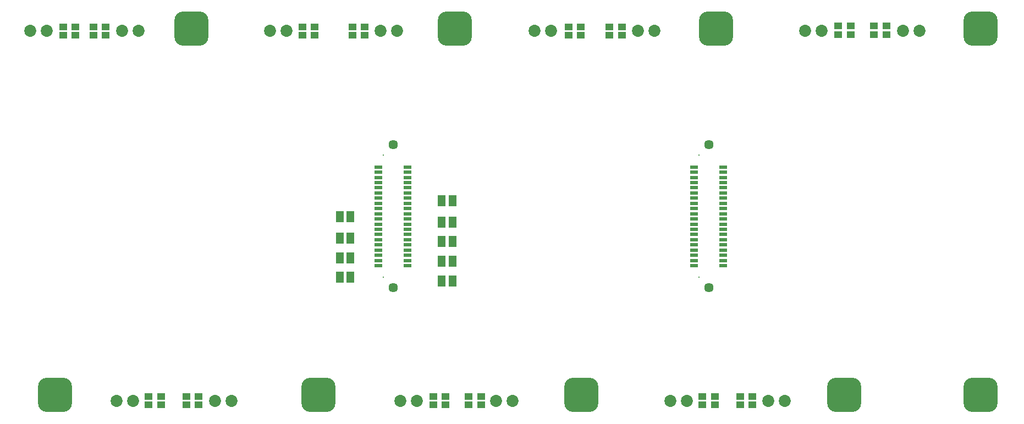
<source format=gts>
G04*
G04 #@! TF.GenerationSoftware,Altium Limited,Altium Designer,20.0.11 (256)*
G04*
G04 Layer_Color=8388736*
%FSLAX25Y25*%
%MOIN*%
G70*
G01*
G75*
%ADD18R,0.04937X0.06709*%
%ADD19R,0.04724X0.02362*%
%ADD20R,0.04740X0.04347*%
G04:AMPARAMS|DCode=21|XSize=206.85mil|YSize=206.85mil|CornerRadius=54.21mil|HoleSize=0mil|Usage=FLASHONLY|Rotation=0.000|XOffset=0mil|YOffset=0mil|HoleType=Round|Shape=RoundedRectangle|*
%AMROUNDEDRECTD21*
21,1,0.20685,0.09843,0,0,0.0*
21,1,0.09843,0.20685,0,0,0.0*
1,1,0.10843,0.04921,-0.04921*
1,1,0.10843,-0.04921,-0.04921*
1,1,0.10843,-0.04921,0.04921*
1,1,0.10843,0.04921,0.04921*
%
%ADD21ROUNDEDRECTD21*%
%ADD22C,0.05709*%
%ADD23C,0.01000*%
%ADD24C,0.07299*%
D18*
X202461Y127756D02*
D03*
X208957D02*
D03*
X202461Y114764D02*
D03*
X208957D02*
D03*
X202461Y102854D02*
D03*
X208957D02*
D03*
X202461Y90945D02*
D03*
X208957D02*
D03*
X270669Y137500D02*
D03*
X264173D02*
D03*
X270669Y124508D02*
D03*
X264173D02*
D03*
X270669Y112598D02*
D03*
X264173D02*
D03*
X270669Y100689D02*
D03*
X264173D02*
D03*
X270669Y88779D02*
D03*
X264173D02*
D03*
D19*
X417123Y157874D02*
D03*
X434924D02*
D03*
X417123Y154724D02*
D03*
X434924D02*
D03*
X417123Y151575D02*
D03*
X434924D02*
D03*
X417123Y148425D02*
D03*
X434924D02*
D03*
X417123Y145276D02*
D03*
X434924D02*
D03*
X417123Y142126D02*
D03*
X434924D02*
D03*
X417123Y138976D02*
D03*
X434924D02*
D03*
X417123Y135827D02*
D03*
X434924D02*
D03*
X417123Y132677D02*
D03*
X434924D02*
D03*
X417123Y129528D02*
D03*
X434924D02*
D03*
X417123Y126378D02*
D03*
X434924D02*
D03*
X417123Y123228D02*
D03*
X434924D02*
D03*
X417123Y120079D02*
D03*
X434924D02*
D03*
X417123Y116929D02*
D03*
X434924D02*
D03*
X417123Y113780D02*
D03*
X434924D02*
D03*
X417123Y110630D02*
D03*
X434924D02*
D03*
X417123Y107480D02*
D03*
X434924D02*
D03*
X417123Y104331D02*
D03*
X434924D02*
D03*
X417123Y101181D02*
D03*
X434924D02*
D03*
X417123Y98032D02*
D03*
X434924D02*
D03*
X225785Y157874D02*
D03*
X243585D02*
D03*
X225785Y154724D02*
D03*
X243585D02*
D03*
X225785Y151575D02*
D03*
X243585D02*
D03*
X225785Y148425D02*
D03*
X243585D02*
D03*
X225785Y145276D02*
D03*
X243585D02*
D03*
X225785Y142126D02*
D03*
X243585D02*
D03*
X225785Y138976D02*
D03*
X243585D02*
D03*
X225785Y135827D02*
D03*
X243585D02*
D03*
X225785Y132677D02*
D03*
X243585D02*
D03*
X225785Y129528D02*
D03*
X243585D02*
D03*
X225785Y126378D02*
D03*
X243585D02*
D03*
X225785Y123228D02*
D03*
X243585D02*
D03*
X225785Y120079D02*
D03*
X243585D02*
D03*
X225785Y116929D02*
D03*
X243585D02*
D03*
X225785Y113780D02*
D03*
X243585D02*
D03*
X225785Y110630D02*
D03*
X243585D02*
D03*
X225785Y107480D02*
D03*
X243585D02*
D03*
X225785Y104331D02*
D03*
X243585D02*
D03*
X225785Y101181D02*
D03*
X243585D02*
D03*
X225785Y98032D02*
D03*
X243585D02*
D03*
D20*
X280413Y13681D02*
D03*
Y18799D02*
D03*
X444980Y13681D02*
D03*
Y18799D02*
D03*
X266634Y13681D02*
D03*
Y18799D02*
D03*
X42224Y242913D02*
D03*
Y237795D02*
D03*
X512106Y243307D02*
D03*
Y238189D02*
D03*
X109350Y13681D02*
D03*
Y18799D02*
D03*
X53051Y242913D02*
D03*
Y237795D02*
D03*
X210039Y242913D02*
D03*
Y237795D02*
D03*
X526181Y243307D02*
D03*
Y238189D02*
D03*
X429823Y13681D02*
D03*
Y18799D02*
D03*
X365945Y242913D02*
D03*
Y237795D02*
D03*
X348622Y242913D02*
D03*
Y237795D02*
D03*
X187303Y242913D02*
D03*
Y237795D02*
D03*
X94193Y13681D02*
D03*
Y18799D02*
D03*
X287992Y13681D02*
D03*
Y18799D02*
D03*
X452559Y13681D02*
D03*
Y18799D02*
D03*
X259055Y13681D02*
D03*
Y18799D02*
D03*
X34646Y242913D02*
D03*
Y237795D02*
D03*
X504528Y243307D02*
D03*
Y238189D02*
D03*
X116929Y13681D02*
D03*
Y18799D02*
D03*
X60630Y242913D02*
D03*
Y237795D02*
D03*
X217618Y242913D02*
D03*
Y237795D02*
D03*
X533760Y243307D02*
D03*
Y238189D02*
D03*
X422244Y13681D02*
D03*
Y18799D02*
D03*
X373524Y242913D02*
D03*
Y237795D02*
D03*
X341043Y242913D02*
D03*
Y237795D02*
D03*
X179724Y242913D02*
D03*
Y237795D02*
D03*
X86614Y13681D02*
D03*
Y18799D02*
D03*
D21*
X590925Y19673D02*
D03*
Y241721D02*
D03*
X508248Y19673D02*
D03*
X430500Y241721D02*
D03*
X348799Y19673D02*
D03*
X272028Y241721D02*
D03*
X189350Y19673D02*
D03*
X112579Y241721D02*
D03*
X29902Y19673D02*
D03*
D22*
X426024Y84646D02*
D03*
Y171260D02*
D03*
X234685Y84646D02*
D03*
Y171260D02*
D03*
D23*
X420118Y90945D02*
D03*
Y164961D02*
D03*
X228780Y90945D02*
D03*
Y164961D02*
D03*
D24*
X296988Y16240D02*
D03*
X306988D02*
D03*
X462047D02*
D03*
X472047D02*
D03*
X249016Y16240D02*
D03*
X239016D02*
D03*
X24902Y240354D02*
D03*
X14902D02*
D03*
X494587Y240354D02*
D03*
X484587D02*
D03*
X126673Y16240D02*
D03*
X136673D02*
D03*
X70425Y240354D02*
D03*
X80425D02*
D03*
X227106D02*
D03*
X237106D02*
D03*
X543685Y240354D02*
D03*
X553685D02*
D03*
X412756Y16240D02*
D03*
X402756D02*
D03*
X383268Y240354D02*
D03*
X393268D02*
D03*
X330472Y240354D02*
D03*
X320472D02*
D03*
X170236Y240354D02*
D03*
X160236D02*
D03*
X77126Y16240D02*
D03*
X67126D02*
D03*
M02*

</source>
